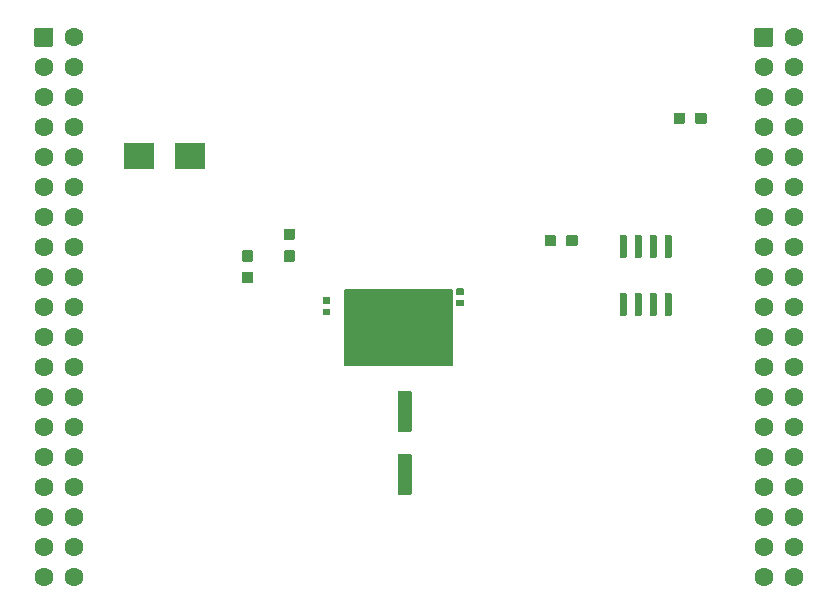
<source format=gbr>
%TF.GenerationSoftware,KiCad,Pcbnew,(6.0.11)*%
%TF.CreationDate,2024-08-05T21:32:57+07:00*%
%TF.ProjectId,Stepper_Motor_Expansion_Brd_revA,53746570-7065-4725-9f4d-6f746f725f45,rev?*%
%TF.SameCoordinates,PX5f5e100PY5f5e100*%
%TF.FileFunction,Soldermask,Top*%
%TF.FilePolarity,Negative*%
%FSLAX46Y46*%
G04 Gerber Fmt 4.6, Leading zero omitted, Abs format (unit mm)*
G04 Created by KiCad (PCBNEW (6.0.11)) date 2024-08-05 21:32:57*
%MOMM*%
%LPD*%
G01*
G04 APERTURE LIST*
%ADD10C,0.150000*%
%ADD11R,2.500000X2.300000*%
%ADD12C,1.600000*%
G04 APERTURE END LIST*
D10*
G36*
X37800000Y23000000D02*
G01*
X28790000Y23000000D01*
X28790000Y29400000D01*
X37800000Y29400000D01*
X37800000Y23000000D01*
G37*
X37800000Y23000000D02*
X28790000Y23000000D01*
X28790000Y29400000D01*
X37800000Y29400000D01*
X37800000Y23000000D01*
G36*
G01*
X48450000Y33910000D02*
X48450000Y33150000D01*
G75*
G02*
X48355000Y33055000I-95000J0D01*
G01*
X47570000Y33055000D01*
G75*
G02*
X47475000Y33150000I0J95000D01*
G01*
X47475000Y33910000D01*
G75*
G02*
X47570000Y34005000I95000J0D01*
G01*
X48355000Y34005000D01*
G75*
G02*
X48450000Y33910000I0J-95000D01*
G01*
G37*
G36*
G01*
X46625000Y33910000D02*
X46625000Y33150000D01*
G75*
G02*
X46530000Y33055000I-95000J0D01*
G01*
X45745000Y33055000D01*
G75*
G02*
X45650000Y33150000I0J95000D01*
G01*
X45650000Y33910000D01*
G75*
G02*
X45745000Y34005000I95000J0D01*
G01*
X46530000Y34005000D01*
G75*
G02*
X46625000Y33910000I0J-95000D01*
G01*
G37*
D11*
X11330000Y40740000D03*
X15630000Y40740000D03*
G36*
G01*
X59370000Y44280000D02*
X59370000Y43520000D01*
G75*
G02*
X59275000Y43425000I-95000J0D01*
G01*
X58490000Y43425000D01*
G75*
G02*
X58395000Y43520000I0J95000D01*
G01*
X58395000Y44280000D01*
G75*
G02*
X58490000Y44375000I95000J0D01*
G01*
X59275000Y44375000D01*
G75*
G02*
X59370000Y44280000I0J-95000D01*
G01*
G37*
G36*
G01*
X57545000Y44280000D02*
X57545000Y43520000D01*
G75*
G02*
X57450000Y43425000I-95000J0D01*
G01*
X56665000Y43425000D01*
G75*
G02*
X56570000Y43520000I0J95000D01*
G01*
X56570000Y44280000D01*
G75*
G02*
X56665000Y44375000I95000J0D01*
G01*
X57450000Y44375000D01*
G75*
G02*
X57545000Y44280000I0J-95000D01*
G01*
G37*
G36*
G01*
X27454000Y27230000D02*
X26946000Y27230000D01*
G75*
G02*
X26890000Y27286000I0J56000D01*
G01*
X26890000Y27734000D01*
G75*
G02*
X26946000Y27790000I56000J0D01*
G01*
X27454000Y27790000D01*
G75*
G02*
X27510000Y27734000I0J-56000D01*
G01*
X27510000Y27286000D01*
G75*
G02*
X27454000Y27230000I-56000J0D01*
G01*
G37*
G36*
G01*
X27454000Y28190000D02*
X26946000Y28190000D01*
G75*
G02*
X26890000Y28246000I0J56000D01*
G01*
X26890000Y28694000D01*
G75*
G02*
X26946000Y28750000I56000J0D01*
G01*
X27454000Y28750000D01*
G75*
G02*
X27510000Y28694000I0J-56000D01*
G01*
X27510000Y28246000D01*
G75*
G02*
X27454000Y28190000I-56000J0D01*
G01*
G37*
G36*
G01*
X23650000Y34550000D02*
X24410000Y34550000D01*
G75*
G02*
X24505000Y34455000I0J-95000D01*
G01*
X24505000Y33670000D01*
G75*
G02*
X24410000Y33575000I-95000J0D01*
G01*
X23650000Y33575000D01*
G75*
G02*
X23555000Y33670000I0J95000D01*
G01*
X23555000Y34455000D01*
G75*
G02*
X23650000Y34550000I95000J0D01*
G01*
G37*
G36*
G01*
X23650000Y32725000D02*
X24410000Y32725000D01*
G75*
G02*
X24505000Y32630000I0J-95000D01*
G01*
X24505000Y31845000D01*
G75*
G02*
X24410000Y31750000I-95000J0D01*
G01*
X23650000Y31750000D01*
G75*
G02*
X23555000Y31845000I0J95000D01*
G01*
X23555000Y32630000D01*
G75*
G02*
X23650000Y32725000I95000J0D01*
G01*
G37*
G36*
G01*
X52515000Y27140000D02*
X52095000Y27140000D01*
G75*
G02*
X52005000Y27230000I0J90000D01*
G01*
X52005000Y29000000D01*
G75*
G02*
X52095000Y29090000I90000J0D01*
G01*
X52515000Y29090000D01*
G75*
G02*
X52605000Y29000000I0J-90000D01*
G01*
X52605000Y27230000D01*
G75*
G02*
X52515000Y27140000I-90000J0D01*
G01*
G37*
G36*
G01*
X53785000Y27140000D02*
X53365000Y27140000D01*
G75*
G02*
X53275000Y27230000I0J90000D01*
G01*
X53275000Y29000000D01*
G75*
G02*
X53365000Y29090000I90000J0D01*
G01*
X53785000Y29090000D01*
G75*
G02*
X53875000Y29000000I0J-90000D01*
G01*
X53875000Y27230000D01*
G75*
G02*
X53785000Y27140000I-90000J0D01*
G01*
G37*
G36*
G01*
X55055000Y27140000D02*
X54635000Y27140000D01*
G75*
G02*
X54545000Y27230000I0J90000D01*
G01*
X54545000Y29000000D01*
G75*
G02*
X54635000Y29090000I90000J0D01*
G01*
X55055000Y29090000D01*
G75*
G02*
X55145000Y29000000I0J-90000D01*
G01*
X55145000Y27230000D01*
G75*
G02*
X55055000Y27140000I-90000J0D01*
G01*
G37*
G36*
G01*
X56325000Y27140000D02*
X55905000Y27140000D01*
G75*
G02*
X55815000Y27230000I0J90000D01*
G01*
X55815000Y29000000D01*
G75*
G02*
X55905000Y29090000I90000J0D01*
G01*
X56325000Y29090000D01*
G75*
G02*
X56415000Y29000000I0J-90000D01*
G01*
X56415000Y27230000D01*
G75*
G02*
X56325000Y27140000I-90000J0D01*
G01*
G37*
G36*
G01*
X56325000Y32090000D02*
X55905000Y32090000D01*
G75*
G02*
X55815000Y32180000I0J90000D01*
G01*
X55815000Y33950000D01*
G75*
G02*
X55905000Y34040000I90000J0D01*
G01*
X56325000Y34040000D01*
G75*
G02*
X56415000Y33950000I0J-90000D01*
G01*
X56415000Y32180000D01*
G75*
G02*
X56325000Y32090000I-90000J0D01*
G01*
G37*
G36*
G01*
X55055000Y32090000D02*
X54635000Y32090000D01*
G75*
G02*
X54545000Y32180000I0J90000D01*
G01*
X54545000Y33950000D01*
G75*
G02*
X54635000Y34040000I90000J0D01*
G01*
X55055000Y34040000D01*
G75*
G02*
X55145000Y33950000I0J-90000D01*
G01*
X55145000Y32180000D01*
G75*
G02*
X55055000Y32090000I-90000J0D01*
G01*
G37*
G36*
G01*
X53785000Y32090000D02*
X53365000Y32090000D01*
G75*
G02*
X53275000Y32180000I0J90000D01*
G01*
X53275000Y33950000D01*
G75*
G02*
X53365000Y34040000I90000J0D01*
G01*
X53785000Y34040000D01*
G75*
G02*
X53875000Y33950000I0J-90000D01*
G01*
X53875000Y32180000D01*
G75*
G02*
X53785000Y32090000I-90000J0D01*
G01*
G37*
G36*
G01*
X52515000Y32090000D02*
X52095000Y32090000D01*
G75*
G02*
X52005000Y32180000I0J90000D01*
G01*
X52005000Y33950000D01*
G75*
G02*
X52095000Y34040000I90000J0D01*
G01*
X52515000Y34040000D01*
G75*
G02*
X52605000Y33950000I0J-90000D01*
G01*
X52605000Y32180000D01*
G75*
G02*
X52515000Y32090000I-90000J0D01*
G01*
G37*
G36*
G01*
X38744000Y27970000D02*
X38236000Y27970000D01*
G75*
G02*
X38180000Y28026000I0J56000D01*
G01*
X38180000Y28474000D01*
G75*
G02*
X38236000Y28530000I56000J0D01*
G01*
X38744000Y28530000D01*
G75*
G02*
X38800000Y28474000I0J-56000D01*
G01*
X38800000Y28026000D01*
G75*
G02*
X38744000Y27970000I-56000J0D01*
G01*
G37*
G36*
G01*
X38744000Y28930000D02*
X38236000Y28930000D01*
G75*
G02*
X38180000Y28986000I0J56000D01*
G01*
X38180000Y29434000D01*
G75*
G02*
X38236000Y29490000I56000J0D01*
G01*
X38744000Y29490000D01*
G75*
G02*
X38800000Y29434000I0J-56000D01*
G01*
X38800000Y28986000D01*
G75*
G02*
X38744000Y28930000I-56000J0D01*
G01*
G37*
G36*
G01*
X33320000Y20825000D02*
X34280000Y20825000D01*
G75*
G02*
X34400000Y20705000I0J-120000D01*
G01*
X34400000Y17445000D01*
G75*
G02*
X34280000Y17325000I-120000J0D01*
G01*
X33320000Y17325000D01*
G75*
G02*
X33200000Y17445000I0J120000D01*
G01*
X33200000Y20705000D01*
G75*
G02*
X33320000Y20825000I120000J0D01*
G01*
G37*
G36*
G01*
X33320000Y15475000D02*
X34280000Y15475000D01*
G75*
G02*
X34400000Y15355000I0J-120000D01*
G01*
X34400000Y12095000D01*
G75*
G02*
X34280000Y11975000I-120000J0D01*
G01*
X33320000Y11975000D01*
G75*
G02*
X33200000Y12095000I0J120000D01*
G01*
X33200000Y15355000D01*
G75*
G02*
X33320000Y15475000I120000J0D01*
G01*
G37*
G36*
G01*
X20120000Y32730000D02*
X20880000Y32730000D01*
G75*
G02*
X20975000Y32635000I0J-95000D01*
G01*
X20975000Y31850000D01*
G75*
G02*
X20880000Y31755000I-95000J0D01*
G01*
X20120000Y31755000D01*
G75*
G02*
X20025000Y31850000I0J95000D01*
G01*
X20025000Y32635000D01*
G75*
G02*
X20120000Y32730000I95000J0D01*
G01*
G37*
G36*
G01*
X20120000Y30905000D02*
X20880000Y30905000D01*
G75*
G02*
X20975000Y30810000I0J-95000D01*
G01*
X20975000Y30025000D01*
G75*
G02*
X20880000Y29930000I-95000J0D01*
G01*
X20120000Y29930000D01*
G75*
G02*
X20025000Y30025000I0J95000D01*
G01*
X20025000Y30810000D01*
G75*
G02*
X20120000Y30905000I95000J0D01*
G01*
G37*
G36*
G01*
X3970000Y49960000D02*
X2530000Y49960000D01*
G75*
G02*
X2450000Y50040000I0J80000D01*
G01*
X2450000Y51480000D01*
G75*
G02*
X2530000Y51560000I80000J0D01*
G01*
X3970000Y51560000D01*
G75*
G02*
X4050000Y51480000I0J-80000D01*
G01*
X4050000Y50040000D01*
G75*
G02*
X3970000Y49960000I-80000J0D01*
G01*
G37*
D12*
X5790000Y50760000D03*
X3250000Y48220000D03*
X5790000Y48220000D03*
X3250000Y45680000D03*
X5790000Y45680000D03*
X3250000Y43140000D03*
X5790000Y43140000D03*
X3250000Y40600000D03*
X5790000Y40600000D03*
X3250000Y38060000D03*
X5790000Y38060000D03*
X3250000Y35520000D03*
X5790000Y35520000D03*
X3250000Y32980000D03*
X5790000Y32980000D03*
X3250000Y30440000D03*
X5790000Y30440000D03*
X3250000Y27900000D03*
X5790000Y27900000D03*
X3250000Y25360000D03*
X5790000Y25360000D03*
X3250000Y22820000D03*
X5790000Y22820000D03*
X3250000Y20280000D03*
X5790000Y20280000D03*
X3250000Y17740000D03*
X5790000Y17740000D03*
X3250000Y15200000D03*
X5790000Y15200000D03*
X3250000Y12660000D03*
X5790000Y12660000D03*
X3250000Y10120000D03*
X5790000Y10120000D03*
X3250000Y7580000D03*
X5790000Y7580000D03*
X3250000Y5040000D03*
X5790000Y5040000D03*
G36*
G01*
X64930000Y49960000D02*
X63490000Y49960000D01*
G75*
G02*
X63410000Y50040000I0J80000D01*
G01*
X63410000Y51480000D01*
G75*
G02*
X63490000Y51560000I80000J0D01*
G01*
X64930000Y51560000D01*
G75*
G02*
X65010000Y51480000I0J-80000D01*
G01*
X65010000Y50040000D01*
G75*
G02*
X64930000Y49960000I-80000J0D01*
G01*
G37*
X66750000Y50760000D03*
X64210000Y48220000D03*
X66750000Y48220000D03*
X64210000Y45680000D03*
X66750000Y45680000D03*
X64210000Y43140000D03*
X66750000Y43140000D03*
X64210000Y40600000D03*
X66750000Y40600000D03*
X64210000Y38060000D03*
X66750000Y38060000D03*
X64210000Y35520000D03*
X66750000Y35520000D03*
X64210000Y32980000D03*
X66750000Y32980000D03*
X64210000Y30440000D03*
X66750000Y30440000D03*
X64210000Y27900000D03*
X66750000Y27900000D03*
X64210000Y25360000D03*
X66750000Y25360000D03*
X64210000Y22820000D03*
X66750000Y22820000D03*
X64210000Y20280000D03*
X66750000Y20280000D03*
X64210000Y17740000D03*
X66750000Y17740000D03*
X64210000Y15200000D03*
X66750000Y15200000D03*
X64210000Y12660000D03*
X66750000Y12660000D03*
X64210000Y10120000D03*
X66750000Y10120000D03*
X64210000Y7580000D03*
X66750000Y7580000D03*
X64210000Y5040000D03*
X66750000Y5040000D03*
M02*

</source>
